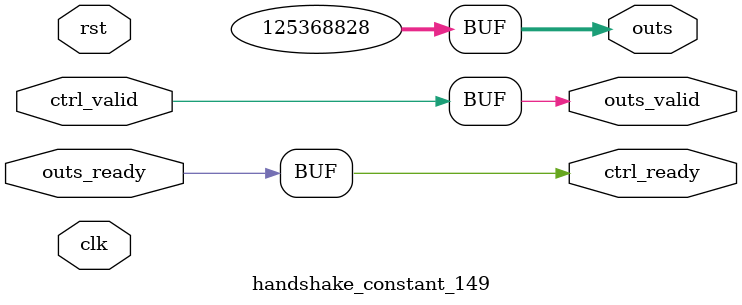
<source format=v>
`timescale 1ns / 1ps
module handshake_constant_149 #(
  parameter DATA_WIDTH = 32  // Default set to 32 bits
) (
  input                       clk,
  input                       rst,
  // Input Channel
  input                       ctrl_valid,
  output                      ctrl_ready,
  // Output Channel
  output [DATA_WIDTH - 1 : 0] outs,
  output                      outs_valid,
  input                       outs_ready
);
  assign outs       = 27'b111011110001111100111111100;
  assign outs_valid = ctrl_valid;
  assign ctrl_ready = outs_ready;

endmodule

</source>
